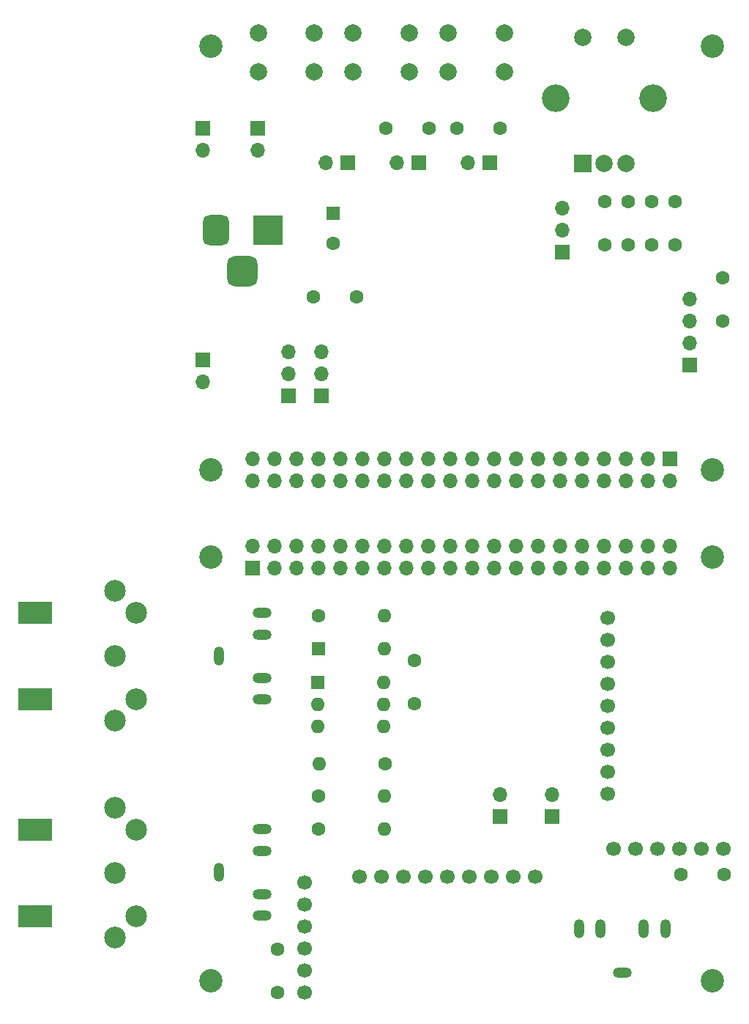
<source format=gbs>
G04 #@! TF.GenerationSoftware,KiCad,Pcbnew,(6.0.5)*
G04 #@! TF.CreationDate,2023-06-20T18:04:17+01:00*
G04 #@! TF.ProjectId,RPii-Dual-MiniDexed,52506969-2d44-4756-916c-2d4d696e6944,rev?*
G04 #@! TF.SameCoordinates,Original*
G04 #@! TF.FileFunction,Soldermask,Bot*
G04 #@! TF.FilePolarity,Negative*
%FSLAX46Y46*%
G04 Gerber Fmt 4.6, Leading zero omitted, Abs format (unit mm)*
G04 Created by KiCad (PCBNEW (6.0.5)) date 2023-06-20 18:04:17*
%MOMM*%
%LPD*%
G01*
G04 APERTURE LIST*
G04 Aperture macros list*
%AMRoundRect*
0 Rectangle with rounded corners*
0 $1 Rounding radius*
0 $2 $3 $4 $5 $6 $7 $8 $9 X,Y pos of 4 corners*
0 Add a 4 corners polygon primitive as box body*
4,1,4,$2,$3,$4,$5,$6,$7,$8,$9,$2,$3,0*
0 Add four circle primitives for the rounded corners*
1,1,$1+$1,$2,$3*
1,1,$1+$1,$4,$5*
1,1,$1+$1,$6,$7*
1,1,$1+$1,$8,$9*
0 Add four rect primitives between the rounded corners*
20,1,$1+$1,$2,$3,$4,$5,0*
20,1,$1+$1,$4,$5,$6,$7,0*
20,1,$1+$1,$6,$7,$8,$9,0*
20,1,$1+$1,$8,$9,$2,$3,0*%
G04 Aperture macros list end*
%ADD10R,3.500000X3.500000*%
%ADD11RoundRect,0.750000X-0.750000X-1.000000X0.750000X-1.000000X0.750000X1.000000X-0.750000X1.000000X0*%
%ADD12RoundRect,0.875000X-0.875000X-0.875000X0.875000X-0.875000X0.875000X0.875000X-0.875000X0.875000X0*%
%ADD13C,1.600000*%
%ADD14R,1.600000X1.600000*%
%ADD15C,2.700000*%
%ADD16R,1.700000X1.700000*%
%ADD17O,1.700000X1.700000*%
%ADD18C,1.700000*%
%ADD19C,2.000000*%
%ADD20O,1.600000X1.600000*%
%ADD21R,2.000000X2.000000*%
%ADD22C,3.200000*%
%ADD23O,2.200000X1.200000*%
%ADD24O,1.200000X2.200000*%
%ADD25R,4.000000X2.500000*%
%ADD26C,2.499360*%
G04 APERTURE END LIST*
D10*
X210160000Y-59812500D03*
D11*
X204160000Y-59812500D03*
D12*
X207160000Y-64512500D03*
D13*
X215370000Y-67460000D03*
X220370000Y-67460000D03*
D14*
X217710000Y-57797349D03*
D13*
X217710000Y-61297349D03*
D15*
X203500000Y-97500000D03*
X261500000Y-97500000D03*
X203500000Y-146500000D03*
X261500000Y-146500000D03*
D16*
X237000000Y-127540000D03*
D17*
X237000000Y-125000000D03*
D13*
X251800000Y-56500000D03*
X251800000Y-61500000D03*
D18*
X250070000Y-131235000D03*
X252610000Y-131235000D03*
X255150000Y-131235000D03*
X257690000Y-131235000D03*
X260230000Y-131235000D03*
X262770000Y-131235000D03*
X249435000Y-104565000D03*
X249435000Y-107105000D03*
X249435000Y-109645000D03*
X249435000Y-112185000D03*
X249435000Y-114725000D03*
X249435000Y-117265000D03*
X249435000Y-119805000D03*
X249435000Y-122345000D03*
X249435000Y-124885000D03*
D13*
X249100000Y-56500000D03*
X249100000Y-61500000D03*
X254500000Y-56500000D03*
X254500000Y-61500000D03*
D19*
X226500000Y-37000000D03*
X220000000Y-37000000D03*
X226500000Y-41500000D03*
X220000000Y-41500000D03*
D13*
X257910000Y-134210000D03*
X262910000Y-134210000D03*
D16*
X212500000Y-78895000D03*
D17*
X212500000Y-76355000D03*
X212500000Y-73815000D03*
D13*
X223700000Y-121410000D03*
D20*
X216080000Y-121410000D03*
D16*
X216360000Y-78895000D03*
D17*
X216360000Y-76355000D03*
X216360000Y-73815000D03*
X202610000Y-77335000D03*
D16*
X202610000Y-74795000D03*
D13*
X211230000Y-142850000D03*
X211230000Y-147850000D03*
D14*
X215910000Y-112000000D03*
D20*
X215910000Y-114540000D03*
X215910000Y-117080000D03*
X223530000Y-117080000D03*
X223530000Y-114540000D03*
X223530000Y-112000000D03*
D13*
X257200000Y-56500000D03*
X257200000Y-61500000D03*
D18*
X214365000Y-135100000D03*
X214365000Y-137640000D03*
X214365000Y-140180000D03*
X214365000Y-142720000D03*
X214365000Y-145260000D03*
X214365000Y-147800000D03*
X241035000Y-134465000D03*
X238495000Y-134465000D03*
X235955000Y-134465000D03*
X233415000Y-134465000D03*
X230875000Y-134465000D03*
X228335000Y-134465000D03*
X225795000Y-134465000D03*
X223255000Y-134465000D03*
X220715000Y-134465000D03*
D13*
X262700000Y-70250000D03*
X262700000Y-65250000D03*
D19*
X215500000Y-37000000D03*
X209000000Y-37000000D03*
X215500000Y-41500000D03*
X209000000Y-41500000D03*
D21*
X246530000Y-52030000D03*
D19*
X251530000Y-52030000D03*
X249030000Y-52030000D03*
D22*
X243430000Y-44530000D03*
X254630000Y-44530000D03*
D19*
X251530000Y-37530000D03*
X246530000Y-37530000D03*
D13*
X216000000Y-104340000D03*
D20*
X223620000Y-104340000D03*
D15*
X203500000Y-87500000D03*
D13*
X216000000Y-128920000D03*
D20*
X223620000Y-128920000D03*
D13*
X223800000Y-47990000D03*
X228800000Y-47990000D03*
D16*
X208930000Y-48025000D03*
D17*
X208930000Y-50565000D03*
D16*
X227600000Y-52000000D03*
D17*
X225060000Y-52000000D03*
D16*
X258945000Y-75330000D03*
D17*
X258945000Y-72790000D03*
X258945000Y-70250000D03*
X258945000Y-67710000D03*
D16*
X235800000Y-52000000D03*
D17*
X233260000Y-52000000D03*
D13*
X232000000Y-48000000D03*
X237000000Y-48000000D03*
D17*
X244190000Y-57255000D03*
X244190000Y-59795000D03*
D16*
X244190000Y-62335000D03*
D13*
X227050000Y-114480000D03*
X227050000Y-109480000D03*
X216000000Y-125160000D03*
D20*
X223620000Y-125160000D03*
D23*
X209480000Y-128970000D03*
X209480000Y-131470000D03*
D24*
X204480000Y-133970000D03*
D23*
X209480000Y-138970000D03*
X209480000Y-136470000D03*
X209480000Y-103990000D03*
X209480000Y-106490000D03*
D24*
X204480000Y-108990000D03*
D23*
X209480000Y-113990000D03*
X209480000Y-111490000D03*
D24*
X246090000Y-140500000D03*
X248590000Y-140500000D03*
D23*
X251090000Y-145500000D03*
D24*
X256090000Y-140500000D03*
X253590000Y-140500000D03*
D15*
X261500000Y-87500000D03*
X203500000Y-38500000D03*
D16*
X202610000Y-48025000D03*
D17*
X202610000Y-50565000D03*
D16*
X243000000Y-127540000D03*
D17*
X243000000Y-125000000D03*
D16*
X219355000Y-52000000D03*
D17*
X216815000Y-52000000D03*
D14*
X216000000Y-108140000D03*
D20*
X223620000Y-108140000D03*
D19*
X231000000Y-37000000D03*
X237500000Y-37000000D03*
X237500000Y-41500000D03*
X231000000Y-41500000D03*
D15*
X261500000Y-38500000D03*
D16*
X208370000Y-98770000D03*
D17*
X208370000Y-96230000D03*
X210910000Y-98770000D03*
X210910000Y-96230000D03*
X213450000Y-98770000D03*
X213450000Y-96230000D03*
X215990000Y-98770000D03*
X215990000Y-96230000D03*
X218530000Y-98770000D03*
X218530000Y-96230000D03*
X221070000Y-98770000D03*
X221070000Y-96230000D03*
X223610000Y-98770000D03*
X223610000Y-96230000D03*
X226150000Y-98770000D03*
X226150000Y-96230000D03*
X228690000Y-98770000D03*
X228690000Y-96230000D03*
X231230000Y-98770000D03*
X231230000Y-96230000D03*
X233770000Y-98770000D03*
X233770000Y-96230000D03*
X236310000Y-98770000D03*
X236310000Y-96230000D03*
X238850000Y-98770000D03*
X238850000Y-96230000D03*
X241390000Y-98770000D03*
X241390000Y-96230000D03*
X243930000Y-98770000D03*
X243930000Y-96230000D03*
X246470000Y-98770000D03*
X246470000Y-96230000D03*
X249010000Y-98770000D03*
X249010000Y-96230000D03*
X251550000Y-98770000D03*
X251550000Y-96230000D03*
X254090000Y-98770000D03*
X254090000Y-96230000D03*
X256630000Y-98770000D03*
X256630000Y-96230000D03*
D16*
X256630000Y-86230000D03*
D17*
X256630000Y-88770000D03*
X254090000Y-86230000D03*
X254090000Y-88770000D03*
X251550000Y-86230000D03*
X251550000Y-88770000D03*
X249010000Y-86230000D03*
X249010000Y-88770000D03*
X246470000Y-86230000D03*
X246470000Y-88770000D03*
X243930000Y-86230000D03*
X243930000Y-88770000D03*
X241390000Y-86230000D03*
X241390000Y-88770000D03*
X238850000Y-86230000D03*
X238850000Y-88770000D03*
X236310000Y-86230000D03*
X236310000Y-88770000D03*
X233770000Y-86230000D03*
X233770000Y-88770000D03*
X231230000Y-86230000D03*
X231230000Y-88770000D03*
X228690000Y-86230000D03*
X228690000Y-88770000D03*
X226150000Y-86230000D03*
X226150000Y-88770000D03*
X223610000Y-86230000D03*
X223610000Y-88770000D03*
X221070000Y-86230000D03*
X221070000Y-88770000D03*
X218530000Y-86230000D03*
X218530000Y-88770000D03*
X215990000Y-86230000D03*
X215990000Y-88770000D03*
X213450000Y-86230000D03*
X213450000Y-88770000D03*
X210910000Y-86230000D03*
X210910000Y-88770000D03*
X208370000Y-86230000D03*
X208370000Y-88770000D03*
D25*
X183222300Y-113951260D03*
X183222300Y-103948740D03*
D26*
X192417200Y-101451920D03*
X192419740Y-108950000D03*
X192417200Y-116448080D03*
X194919100Y-103953820D03*
X194919100Y-113946180D03*
D25*
X183212300Y-139011260D03*
X183212300Y-129008740D03*
D26*
X192407200Y-126511920D03*
X192409740Y-134010000D03*
X192407200Y-141508080D03*
X194909100Y-129013820D03*
X194909100Y-139006180D03*
M02*

</source>
